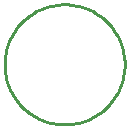
<source format=gko>
G75*
G70*
%OFA0B0*%
%FSLAX24Y24*%
%IPPOS*%
%LPD*%
%AMOC8*
5,1,8,0,0,1.08239X$1,22.5*
%
%ADD10C,0.0100*%
D10*
X000325Y002150D02*
X000327Y002248D01*
X000335Y002346D01*
X000347Y002443D01*
X000363Y002540D01*
X000385Y002636D01*
X000411Y002731D01*
X000442Y002824D01*
X000477Y002915D01*
X000517Y003005D01*
X000561Y003093D01*
X000610Y003178D01*
X000662Y003261D01*
X000719Y003341D01*
X000779Y003419D01*
X000843Y003493D01*
X000911Y003564D01*
X000982Y003632D01*
X001056Y003696D01*
X001134Y003756D01*
X001214Y003813D01*
X001297Y003865D01*
X001382Y003914D01*
X001470Y003958D01*
X001560Y003998D01*
X001651Y004033D01*
X001744Y004064D01*
X001839Y004090D01*
X001935Y004112D01*
X002032Y004128D01*
X002129Y004140D01*
X002227Y004148D01*
X002325Y004150D01*
X002423Y004148D01*
X002521Y004140D01*
X002618Y004128D01*
X002715Y004112D01*
X002811Y004090D01*
X002906Y004064D01*
X002999Y004033D01*
X003090Y003998D01*
X003180Y003958D01*
X003268Y003914D01*
X003353Y003865D01*
X003436Y003813D01*
X003516Y003756D01*
X003594Y003696D01*
X003668Y003632D01*
X003739Y003564D01*
X003807Y003493D01*
X003871Y003419D01*
X003931Y003341D01*
X003988Y003261D01*
X004040Y003178D01*
X004089Y003093D01*
X004133Y003005D01*
X004173Y002915D01*
X004208Y002824D01*
X004239Y002731D01*
X004265Y002636D01*
X004287Y002540D01*
X004303Y002443D01*
X004315Y002346D01*
X004323Y002248D01*
X004325Y002150D01*
X004323Y002052D01*
X004315Y001954D01*
X004303Y001857D01*
X004287Y001760D01*
X004265Y001664D01*
X004239Y001569D01*
X004208Y001476D01*
X004173Y001385D01*
X004133Y001295D01*
X004089Y001207D01*
X004040Y001122D01*
X003988Y001039D01*
X003931Y000959D01*
X003871Y000881D01*
X003807Y000807D01*
X003739Y000736D01*
X003668Y000668D01*
X003594Y000604D01*
X003516Y000544D01*
X003436Y000487D01*
X003353Y000435D01*
X003268Y000386D01*
X003180Y000342D01*
X003090Y000302D01*
X002999Y000267D01*
X002906Y000236D01*
X002811Y000210D01*
X002715Y000188D01*
X002618Y000172D01*
X002521Y000160D01*
X002423Y000152D01*
X002325Y000150D01*
X002227Y000152D01*
X002129Y000160D01*
X002032Y000172D01*
X001935Y000188D01*
X001839Y000210D01*
X001744Y000236D01*
X001651Y000267D01*
X001560Y000302D01*
X001470Y000342D01*
X001382Y000386D01*
X001297Y000435D01*
X001214Y000487D01*
X001134Y000544D01*
X001056Y000604D01*
X000982Y000668D01*
X000911Y000736D01*
X000843Y000807D01*
X000779Y000881D01*
X000719Y000959D01*
X000662Y001039D01*
X000610Y001122D01*
X000561Y001207D01*
X000517Y001295D01*
X000477Y001385D01*
X000442Y001476D01*
X000411Y001569D01*
X000385Y001664D01*
X000363Y001760D01*
X000347Y001857D01*
X000335Y001954D01*
X000327Y002052D01*
X000325Y002150D01*
M02*

</source>
